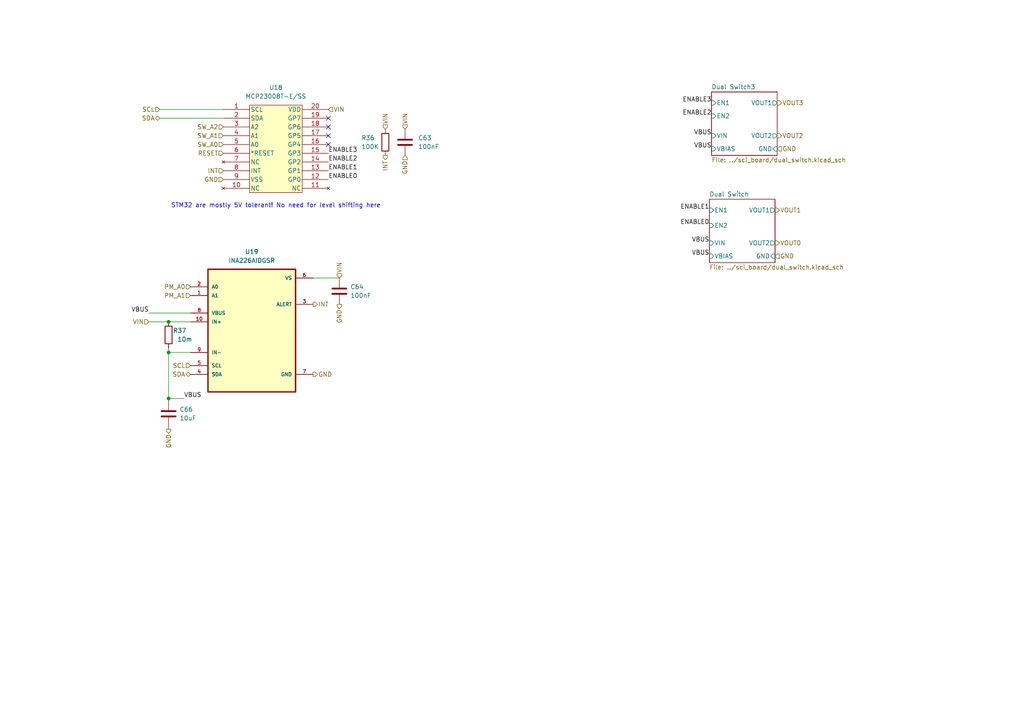
<source format=kicad_sch>
(kicad_sch (version 20250114) (generator "eeschema") (generator_version "9.0")
  (paper "A4")
  (lib_symbols
    (symbol "Common:INA226AIDGSR" (pin_names (offset 1.016))
      (property "Reference" "U" (at -12.7 18.78 0))
      (property "Value" "INA226AIDGSR" (at -12.7 -21.78 0))
      (symbol "INA226AIDGSR_0_0"
        (rectangle (start -12.7 17.78) (end 12.7 -17.78) (stroke (width 0.41)) (fill (type background)))
        (pin input line (at -17.78 12.7 0) (length 5.08) (name "A0") (number "2"))
        (pin input line (at -17.78 10.16 0) (length 5.08) (name "A1") (number "1"))
        (pin power_in line (at -17.78 5.08 0) (length 5.08) (name "VBUS") (number "8"))
        (pin input line (at -17.78 -10.16 0) (length 5.08) (name "SCL") (number "5"))
        (pin bidirectional line (at -17.78 -12.7 0) (length 5.08) (name "SDA") (number "4"))
        (pin power_in line (at 17.78 15.24 180) (length 5.08) (name "VS") (number "6"))
        (pin power_in line (at 17.78 -12.7 180) (length 5.08) (name "GND") (number "7"))
      )
      (symbol "INA226AIDGSR_1_0"
        (pin power_in line (at -17.78 2.54 0) (length 5.08) (name "IN+") (number "10"))
        (pin power_out line (at -17.78 -6.35 0) (length 5.08) (name "IN-") (number "9"))
        (pin passive line (at 17.78 7.62 180) (length 5.08) (name "ALERT") (number "3"))
      )
    )
    (symbol "Common:MCP23008T-E_SS" (pin_names (offset 0.254))
      (property "Reference" "U" (at 22.86 10.16 0))
      (property "Value" "MCP23008T-E/SS" (at 22.86 7.62 0))
      (symbol "MCP23008T-E_SS_1_1"
        (rectangle (start 15.24 1.27) (end 30.48 -24.13) (fill (type background)))
        (pin bidirectional line (at 7.62 0 0) (length 7.62) (name "SCL") (number "1"))
        (pin bidirectional line (at 7.62 -2.54 0) (length 7.62) (name "SDA") (number "2"))
        (pin input line (at 7.62 -5.08 0) (length 7.62) (name "A2") (number "3"))
        (pin input line (at 7.62 -7.62 0) (length 7.62) (name "A1") (number "4"))
        (pin input line (at 7.62 -10.16 0) (length 7.62) (name "A0") (number "5"))
        (pin input line (at 7.62 -12.7 0) (length 7.62) (name "*RESET") (number "6"))
        (pin no_connect line (at 7.62 -15.24 0) (length 7.62) (name "NC") (number "7"))
        (pin output line (at 7.62 -17.78 0) (length 7.62) (name "INT") (number "8"))
        (pin power_in line (at 7.62 -20.32 0) (length 7.62) (name "VSS") (number "9"))
        (pin no_connect line (at 7.62 -22.86 0) (length 7.62) (name "NC") (number "10"))
        (pin power_in line (at 38.1 0 180) (length 7.62) (name "VDD") (number "20"))
        (pin bidirectional line (at 38.1 -2.54 180) (length 7.62) (name "GP7") (number "19"))
        (pin bidirectional line (at 38.1 -5.08 180) (length 7.62) (name "GP6") (number "18"))
        (pin bidirectional line (at 38.1 -7.62 180) (length 7.62) (name "GP5") (number "17"))
        (pin bidirectional line (at 38.1 -10.16 180) (length 7.62) (name "GP4") (number "16"))
        (pin bidirectional line (at 38.1 -12.7 180) (length 7.62) (name "GP3") (number "15"))
        (pin bidirectional line (at 38.1 -15.24 180) (length 7.62) (name "GP2") (number "14"))
        (pin bidirectional line (at 38.1 -17.78 180) (length 7.62) (name "GP1") (number "13"))
        (pin bidirectional line (at 38.1 -20.32 180) (length 7.62) (name "GP0") (number "12"))
        (pin no_connect line (at 38.1 -22.86 180) (length 7.62) (name "NC") (number "11"))
      )
    )
    (symbol "Device:C" (pin_numbers (hide yes)) (pin_names (offset 0.254))
      (property "Reference" "C" (at 0.635 2.54 0))
      (property "Value" "C" (at 0.635 -2.54 0))
      (symbol "C_0_1"
        (polyline (pts (xy -2.032 0.762) (xy 2.032 0.762)) (stroke (width 0.508)))
        (polyline (pts (xy -2.032 -0.762) (xy 2.032 -0.762)) (stroke (width 0.508)))
      )
      (symbol "C_1_1"
        (pin passive line (at 0 3.81 270) (length 2.794) (name "~") (number "1"))
        (pin passive line (at 0 -3.81 90) (length 2.794) (name "~") (number "2"))
      )
    )
    (symbol "Device:R" (pin_numbers (hide yes)) (pin_names (offset 0))
      (property "Reference" "R" (at 2.032 0 90))
      (property "Value" "R" (at 0 0 90))
      (symbol "R_0_1"
        (rectangle (start -1.016 -2.54) (end 1.016 2.54) (stroke (width 0.254)))
      )
      (symbol "R_1_1"
        (pin passive line (at 0 3.81 270) (length 1.27) (name "~") (number "1"))
        (pin passive line (at 0 -3.81 90) (length 1.27) (name "~") (number "2"))
      )
    )
  )
  (text "STM32 are mostly 5V tolerant! No need for level shifting here" (at 80.01 59.69 0) (effects (font (size 1.27 1.27))))
  (junction (at 48.895 93.345))
  (junction (at 48.895 102.235))
  (junction (at 48.895 115.57))
  (no_connect (at 95.25 34.29))
  (no_connect (at 95.25 36.83))
  (no_connect (at 95.25 41.91))
  (no_connect (at 95.25 39.37))
  (wire (pts (xy 48.895 102.235) (xy 55.245 102.235)))
  (wire (pts (xy 48.895 100.965) (xy 48.895 102.235)))
  (wire (pts (xy 98.425 80.645) (xy 90.805 80.645)))
  (wire (pts (xy 46.355 31.75) (xy 64.77 31.75)))
  (wire (pts (xy 48.895 115.57) (xy 53.34 115.57)))
  (wire (pts (xy 48.895 123.825) (xy 48.895 124.46)))
  (wire (pts (xy 43.18 93.345) (xy 48.895 93.345)))
  (wire (pts (xy 48.895 93.345) (xy 55.245 93.345)))
  (wire (pts (xy 43.18 90.805) (xy 55.245 90.805)))
  (wire (pts (xy 46.355 34.29) (xy 64.77 34.29)))
  (wire (pts (xy 48.895 115.57) (xy 48.895 116.205)))
  (wire (pts (xy 48.895 102.235) (xy 48.895 115.57)))
  (label "ENABLE2" (at 95.25 46.99 0))
  (label "ENABLE0" (at 205.74 65.405 180))
  (label "ENABLE3" (at 206.375 29.845 180))
  (label "VBUS" (at 206.375 43.18 180))
  (label "ENABLE1" (at 205.74 60.96 180))
  (label "VBUS" (at 53.34 115.57 0))
  (label "VBUS" (at 205.74 74.295 180))
  (label "VBUS" (at 43.18 90.805 180))
  (label "ENABLE1" (at 95.25 49.53 0))
  (label "VBUS" (at 205.74 70.485 180))
  (label "ENABLE3" (at 95.25 44.45 0))
  (label "VBUS" (at 206.375 39.37 180))
  (label "ENABLE2" (at 206.375 33.655 180))
  (label "ENABLE0" (at 95.25 52.07 0))
  (hierarchical_label "GND" (shape input) (at 225.425 43.18 0))
  (hierarchical_label "RESET" (shape input) (at 64.77 44.45 180))
  (hierarchical_label "SW_A1" (shape input) (at 64.77 39.37 180))
  (hierarchical_label "SCL" (shape input) (at 55.245 106.045 180))
  (hierarchical_label "VOUT1" (shape output) (at 224.79 60.96 0))
  (hierarchical_label "INT" (shape input) (at 64.77 49.53 180))
  (hierarchical_label "GND" (shape output) (at 48.895 124.46 270))
  (hierarchical_label "GND" (shape input) (at 117.475 45.085 270))
  (hierarchical_label "GND" (shape output) (at 90.805 108.585 0))
  (hierarchical_label "VOUT0" (shape output) (at 224.79 70.485 0))
  (hierarchical_label "SW_A0" (shape input) (at 64.77 41.91 180))
  (hierarchical_label "SDA" (shape bidirectional) (at 55.245 108.585 180))
  (hierarchical_label "SCL" (shape input) (at 46.355 31.75 180))
  (hierarchical_label "SDA" (shape bidirectional) (at 46.355 34.29 180))
  (hierarchical_label "VIN" (shape input) (at 43.18 93.345 180))
  (hierarchical_label "VOUT3" (shape output) (at 225.425 29.845 0))
  (hierarchical_label "VIN" (shape input) (at 111.76 37.465 90))
  (hierarchical_label "VOUT2" (shape output) (at 225.425 39.37 0))
  (hierarchical_label "INT" (shape output) (at 111.76 45.085 270))
  (hierarchical_label "PM_A1" (shape input) (at 55.245 85.725 180))
  (hierarchical_label "GND" (shape input) (at 64.77 52.07 180))
  (hierarchical_label "GND" (shape input) (at 224.79 74.295 0))
  (hierarchical_label "VIN" (shape input) (at 98.425 80.645 90))
  (hierarchical_label "VIN" (shape input) (at 117.475 37.465 90))
  (hierarchical_label "INT" (shape output) (at 90.805 88.265 0))
  (hierarchical_label "SW_A2" (shape input) (at 64.77 36.83 180))
  (hierarchical_label "GND" (shape output) (at 98.425 88.265 270))
  (hierarchical_label "VIN" (shape input) (at 95.25 31.75 0))
  (hierarchical_label "PM_A0" (shape input) (at 55.245 83.185 180))
  (symbol (lib_id "Device:C") (at 48.895 120.015 0) (unit 1)
    (property "Reference" "C74" (at 52.07 118.7449 0) (effects (justify left)))
    (property "Value" "10uF" (at 52.07 121.2849 0) (effects (justify left)))
    (property "Footprint" "Capacitor_SMD:C_0603_1608Metric_Pad1.08x0.95mm_HandSolder" (effects (hide yes)))
    (property "Datasheet" "https://search.murata.co.jp/Ceramy/image/img/A01X/G101/ENG/GRM188R61E106KA73-01.pdf" (effects (hide yes)))
    (property "Description" "Unpolarized capacitor" (effects (hide yes)))
    (property "Tolerance" "10" (effects (hide yes)))
    (property "Voltage" "25" (effects (hide yes)))
    (property "Temperture Coefficient" "X5R" (effects (hide yes)))
    (property "Manufacturer" "Murata" (effects (hide yes)))
    (property "Part Number" "GRM188R61E106KA73D" (effects (hide yes)))
    (instances (project "EPS" (path "" (reference "C66") (unit 1))) (project "sci_board_wo_switches" (path "" (reference "C74") (unit 1))))
  )
  (symbol (lib_id "Device:C") (at 117.475 41.275 0) (unit 1)
    (property "Reference" "C72" (at 121.285 40.0049 0) (effects (justify left)))
    (property "Value" "100nF" (at 121.285 42.5449 0) (effects (justify left)))
    (property "Footprint" "Capacitor_SMD:C_0402_1005Metric_Pad0.74x0.62mm_HandSolder" (effects (hide yes)))
    (property "Datasheet" "https://search.murata.co.jp/Ceramy/image/img/A01X/G101/ENG/GRM155R61E104KA87-01.pdf" (effects (hide yes)))
    (property "Description" "Unpolarized capacitor" (effects (hide yes)))
    (property "Voltage" "25" (effects (hide yes)))
    (property "Tolerance" "10" (effects (hide yes)))
    (property "Temperture Coefficient" "X5R" (effects (hide yes)))
    (property "Manufacturer" "Murata" (effects (hide yes)))
    (property "Part Number" "GRM155R61E104KA87D" (effects (hide yes)))
    (instances (project "EPS" (path "" (reference "C63") (unit 1))) (project "openlst-hw" (path "" (reference "C48") (unit 1))) (project "sci_board_wo_switches" (path "" (reference "C72") (unit 1))))
  )
  (symbol (lib_id "Device:R") (at 111.76 41.275 0) (unit 1)
    (property "Reference" "R24" (at 104.775 40.005 0) (effects (justify left)))
    (property "Value" "100K" (at 104.775 42.545 0) (effects (justify left)))
    (property "Footprint" "Resistor_SMD:R_0402_1005Metric_Pad0.72x0.64mm_HandSolder" (effects (hide yes)))
    (property "Datasheet" "https://www.yageo.com/upload/media/product/products/datasheet/rchip/PYu-RC_Group_51_RoHS_L_12.pdf" (effects (hide yes)))
    (property "Description" "Resistor" (effects (hide yes)))
    (property "Tolerance" "1" (effects (hide yes)))
    (property "Manufacturer" "YAGEO" (effects (hide yes)))
    (property "Part Number" "RC0402FR-07100KL" (effects (hide yes)))
    (instances (project "EPS" (path "" (reference "R36") (unit 1))) (project "sci_board_wo_switches" (path "" (reference "R24") (unit 1))))
  )
  (symbol (lib_id "Common:INA226AIDGSR") (at 73.025 95.885 0) (unit 1)
    (property "Reference" "U17" (at 73.025 73.025 0))
    (property "Value" "INA226AIDGSR" (at 73.025 75.565 0))
    (property "Footprint" "Package_SO:VSSOP-10_3x3mm_P0.5mm" (effects (hide yes)))
    (property "Datasheet" "https://www.ti.com/general/docs/suppproductinfo.tsp?distId=10&gotoUrl=https%3A%2F%2Fwww.ti.com%2Flit%2Fgpn%2Fina226" (effects (hide yes)))
    (property "Description" "I2C voltage, current, power meter" (effects (hide yes)))
    (property "Manufacturer" "TI" (effects (hide yes)))
    (property "Part Number" "INA226AIDGSR" (effects (hide yes)))
    (instances (project "EPS" (path "" (reference "U19") (unit 1))) (project "sci_board_wo_switches" (path "" (reference "U17") (unit 1))))
  )
  (symbol (lib_id "Device:R") (at 48.895 97.155 0) (unit 1)
    (property "Reference" "R25" (at 50.165 95.885 0) (effects (justify left)))
    (property "Value" "10m" (at 51.435 98.425 0) (effects (justify left)))
    (property "Footprint" "Resistor_SMD:R_0805_2012Metric_Pad1.20x1.40mm_HandSolder" (effects (hide yes)))
    (property "Datasheet" "https://mm.digikey.com/Volume0/opasdata/d220001/medias/docus/5343/PE_Series_DS.pdf" (effects (hide yes)))
    (property "Description" "Resistor" (effects (hide yes)))
    (property "Tolerance" "1" (effects (hide yes)))
    (property "Manufacturer" "YAGEO" (effects (hide yes)))
    (property "Part Number" "PE0805FRE470R01Z" (effects (hide yes)))
    (instances (project "EPS" (path "" (reference "R37") (unit 1))) (project "sci_board_wo_switches" (path "" (reference "R25") (unit 1))))
  )
  (symbol (lib_id "Common:MCP23008T-E_SS") (at 57.15 31.75 0) (unit 1)
    (property "Reference" "U16" (at 80.01 25.4 0))
    (property "Value" "MCP23008T-E/SS" (at 80.01 27.94 0))
    (property "Footprint" "Common:SSOP-20_5.3x7.2mm_P0.65mm" (effects (hide yes)))
    (property "Datasheet" "https://ww1.microchip.com/downloads/en/DeviceDoc/MCP23008-MCP23S08-Data-Sheet-20001919F.pdf" (effects (hide yes)))
    (property "Description" "I2C GPIO expander 8x" (effects (hide yes)))
    (property "Manufacturer" "Microchip" (effects (hide yes)))
    (property "Part Number" "MCP23008T-E/SS" (effects (hide yes)))
    (instances (project "EPS" (path "" (reference "U18") (unit 1))) (project "openlst-hw" (path "" (reference "U10") (unit 1))) (project "sci_board_wo_switches" (path "" (reference "U16") (unit 1))))
  )
  (symbol (lib_id "Device:C") (at 98.425 84.455 0) (unit 1)
    (property "Reference" "C73" (at 101.6 83.1849 0) (effects (justify left)))
    (property "Value" "100nF" (at 101.6 85.7249 0) (effects (justify left)))
    (property "Footprint" "Capacitor_SMD:C_0402_1005Metric_Pad0.74x0.62mm_HandSolder" (effects (hide yes)))
    (property "Datasheet" "https://search.murata.co.jp/Ceramy/image/img/A01X/G101/ENG/GRM155R61E104KA87-01.pdf" (effects (hide yes)))
    (property "Description" "Unpolarized capacitor" (effects (hide yes)))
    (property "Voltage" "25" (effects (hide yes)))
    (property "Tolerance" "10" (effects (hide yes)))
    (property "Temperture Coefficient" "X5R" (effects (hide yes)))
    (property "Manufacturer" "Murata" (effects (hide yes)))
    (property "Part Number" "GRM155R61E104KA87D" (effects (hide yes)))
    (instances (project "EPS" (path "" (reference "C64") (unit 1))) (project "sci_board_wo_switches" (path "" (reference "C73") (unit 1))))
  )
  (sheet (at 206.375 26.67) (size 19.05 18.415) (stroke (width 0.1524))
    (property "Sheetname" "Dual Switch3" (at 206.375 25.9584 0) (effects (justify left bottom)))
    (property "Sheetfile" "../sci_board/dual_switch.kicad_sch" (at 206.375 45.6696 0) (effects (justify left top)))
    (pin "GND" input (at 225.425 43.18 0))
    (pin "VBIAS" input (at 206.375 43.18 180))
    (pin "VOUT1" output (at 225.425 29.845 0))
    (pin "VOUT2" output (at 225.425 39.37 0))
    (pin "EN1" input (at 206.375 29.845 180))
    (pin "EN2" input (at 206.375 33.655 180))
    (pin "VIN" input (at 206.375 39.37 180))
  )
  (sheet (at 205.74 57.785) (size 19.05 18.415) (stroke (width 0.1524))
    (property "Sheetname" "Dual Switch" (at 205.74 57.0734 0) (effects (justify left bottom)))
    (property "Sheetfile" "../sci_board/dual_switch.kicad_sch" (at 205.74 76.7846 0) (effects (justify left top)))
    (pin "GND" input (at 224.79 74.295 0))
    (pin "VBIAS" input (at 205.74 74.295 180))
    (pin "VOUT1" output (at 224.79 60.96 0))
    (pin "VOUT2" output (at 224.79 70.485 0))
    (pin "EN1" input (at 205.74 60.96 180))
    (pin "EN2" input (at 205.74 65.405 180))
    (pin "VIN" input (at 205.74 70.485 180))
  )
)
</source>
